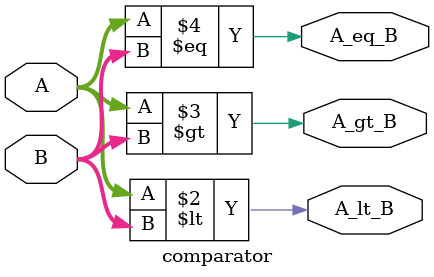
<source format=v>
`timescale 1ns / 1ps


module comparator(A_lt_B, A_gt_B, A_eq_B, A, B);
    output A_lt_B;
    output A_gt_B;
    output A_eq_B;
    input [7:0] A;
    input [7:0] B;
    
    reg A_lt_B;
    reg A_gt_B;
    reg A_eq_B;
    
    always @ (A or B)
        begin
            A_lt_B = (A < B);
            A_gt_B = (A > B);
            A_eq_B = (A == B);
        end
endmodule

</source>
